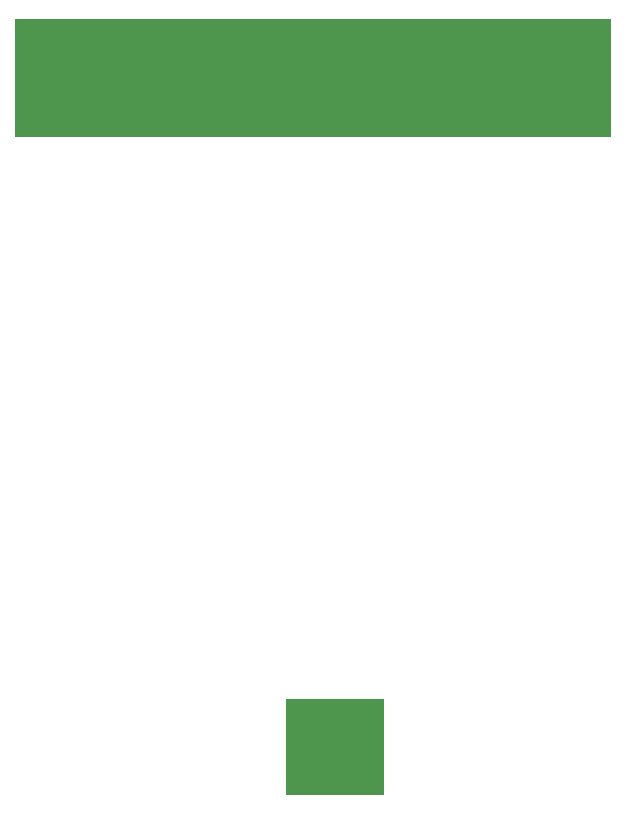
<source format=gko>
G04*
G04 #@! TF.GenerationSoftware,Altium Limited,Altium Designer,21.6.1 (37)*
G04*
G04 Layer_Color=16711935*
%FSLAX44Y44*%
%MOMM*%
G71*
G04*
G04 #@! TF.SameCoordinates,1A0BCF72-60D2-4BA0-9B7A-98A30DA12748*
G04*
G04*
G04 #@! TF.FilePolarity,Positive*
G04*
G01*
G75*
%ADD153R,8.3312X8.1280*%
G36*
X213868Y656844D02*
X213868Y556514D01*
X718820Y556514D01*
X718820Y656844D01*
X213868Y656844D01*
D02*
G37*
D153*
X484632Y40640D02*
D03*
M02*

</source>
